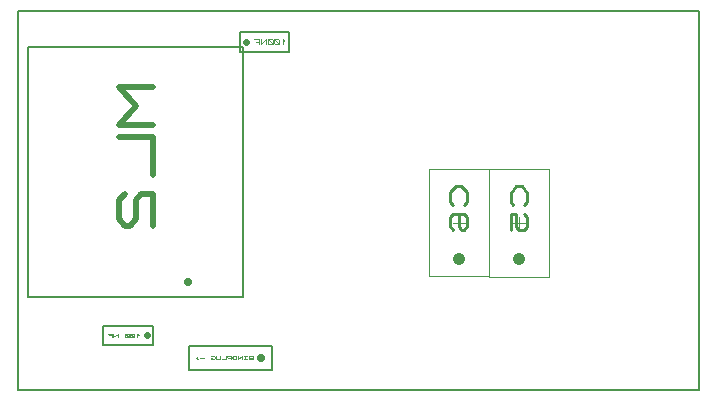
<source format=gbr>
G04 PROTEUS GERBER X2 FILE*
%TF.GenerationSoftware,Labcenter,Proteus,8.15-SP1-Build34318*%
%TF.CreationDate,2024-05-26T10:12:06+00:00*%
%TF.FileFunction,AssemblyDrawing,Bot*%
%TF.FilePolarity,Positive*%
%TF.Part,Single*%
%TF.SameCoordinates,{c1c5c1e2-d9f3-4829-891e-9e67f3fcbee4}*%
%FSLAX45Y45*%
%MOMM*%
G01*
%TA.AperFunction,Profile*%
%ADD23C,0.203200*%
%TA.AperFunction,Material*%
%ADD26C,0.203200*%
%ADD60C,0.685800*%
%ADD61C,0.474420*%
%ADD62C,0.050000*%
%ADD79C,0.975360*%
%ADD80C,0.232800*%
%ADD75C,0.711200*%
%ADD81C,0.609600*%
%ADD82C,0.062990*%
%ADD83C,0.052490*%
%TD.AperFunction*%
D23*
X-4859022Y-1330960D02*
X+902970Y-1330960D01*
X+902970Y+1882140D01*
X-4859022Y+1882140D01*
X-4859022Y-1330960D01*
D26*
X-4776257Y-544813D02*
X-2952257Y-544813D01*
X-2952257Y+1578347D01*
X-4776257Y+1578347D01*
X-4776257Y-544813D01*
D60*
X-3423257Y-417813D02*
X-3423257Y-417813D01*
D61*
X-3721929Y+1237886D02*
X-4006584Y+1237886D01*
X-3864257Y+1077768D01*
X-4006584Y+917649D01*
X-3721929Y+917649D01*
X-4006584Y+810903D02*
X-3721929Y+810903D01*
X-3721929Y+490666D01*
X-3959142Y+330548D02*
X-4006584Y+277175D01*
X-4006584Y+117056D01*
X-3959142Y+63683D01*
X-3911699Y+63683D01*
X-3864257Y+117056D01*
X-3864257Y+277175D01*
X-3816814Y+330548D01*
X-3721929Y+330548D01*
X-3721929Y+63683D01*
D62*
X-874760Y-368520D02*
X-874760Y+541480D01*
X-364760Y+541480D01*
X-364760Y-368520D01*
X-874760Y-368520D01*
X-569760Y+86480D02*
X-669760Y+86480D01*
X-619760Y+136480D02*
X-619760Y+36480D01*
D79*
X-619760Y-223520D02*
X-619760Y-223520D01*
D80*
X-573199Y+236995D02*
X-549918Y+263186D01*
X-549918Y+341757D01*
X-596479Y+394137D01*
X-643040Y+394137D01*
X-689601Y+341757D01*
X-689601Y+263186D01*
X-666320Y+236995D01*
X-689601Y+27472D02*
X-689601Y+158424D01*
X-643040Y+158424D01*
X-643040Y+53663D01*
X-619760Y+27472D01*
X-573199Y+27472D01*
X-549918Y+53663D01*
X-549918Y+132234D01*
X-573199Y+158424D01*
D62*
X-1385300Y-365980D02*
X-1385300Y+544020D01*
X-875300Y+544020D01*
X-875300Y-365980D01*
X-1385300Y-365980D01*
X-1080300Y+89020D02*
X-1180300Y+89020D01*
X-1130300Y+139020D02*
X-1130300Y+39020D01*
D79*
X-1130300Y-220980D02*
X-1130300Y-220980D01*
D80*
X-1083739Y+239535D02*
X-1060458Y+265726D01*
X-1060458Y+344297D01*
X-1107019Y+396677D01*
X-1153580Y+396677D01*
X-1200141Y+344297D01*
X-1200141Y+265726D01*
X-1176860Y+239535D01*
X-1176860Y+30012D02*
X-1200141Y+56203D01*
X-1200141Y+134774D01*
X-1176860Y+160964D01*
X-1083739Y+160964D01*
X-1060458Y+134774D01*
X-1060458Y+56203D01*
X-1083739Y+30012D01*
X-1107019Y+30012D01*
X-1130300Y+56203D01*
X-1130300Y+160964D01*
D26*
X-3411889Y-1155787D02*
X-2713389Y-1155787D01*
X-2713389Y-952587D01*
X-3411889Y-952587D01*
X-3411889Y-1155787D01*
D75*
X-2802289Y-1054187D02*
X-2802289Y-1054187D01*
D62*
X-2875697Y-1069289D02*
X-2875697Y-1039086D01*
X-2904012Y-1039086D01*
X-2909675Y-1044120D01*
X-2909675Y-1049154D01*
X-2904012Y-1054187D01*
X-2909675Y-1059221D01*
X-2909675Y-1064255D01*
X-2904012Y-1069289D01*
X-2875697Y-1069289D01*
X-2875697Y-1054187D02*
X-2904012Y-1054187D01*
X-2926664Y-1039086D02*
X-2949316Y-1039086D01*
X-2937990Y-1039086D02*
X-2937990Y-1069289D01*
X-2926664Y-1069289D02*
X-2949316Y-1069289D01*
X-2966305Y-1069289D02*
X-2966305Y-1039086D01*
X-3000283Y-1069289D01*
X-3000283Y-1039086D01*
X-3011609Y-1069289D02*
X-3011609Y-1039086D01*
X-3034261Y-1039086D01*
X-3045587Y-1049154D01*
X-3045587Y-1059221D01*
X-3034261Y-1069289D01*
X-3011609Y-1069289D01*
X-3056913Y-1069289D02*
X-3056913Y-1039086D01*
X-3085228Y-1039086D01*
X-3090891Y-1044120D01*
X-3090891Y-1049154D01*
X-3085228Y-1054187D01*
X-3056913Y-1054187D01*
X-3102217Y-1039086D02*
X-3102217Y-1069289D01*
X-3136195Y-1069289D01*
X-3147521Y-1039086D02*
X-3147521Y-1064255D01*
X-3153184Y-1069289D01*
X-3175836Y-1069289D01*
X-3181499Y-1064255D01*
X-3181499Y-1039086D01*
X-3215477Y-1059221D02*
X-3226803Y-1059221D01*
X-3226803Y-1069289D01*
X-3204151Y-1069289D01*
X-3192825Y-1059221D01*
X-3192825Y-1049154D01*
X-3204151Y-1039086D01*
X-3221140Y-1039086D01*
X-3226803Y-1044120D01*
X-3289096Y-1054187D02*
X-3317411Y-1054187D01*
X-3340063Y-1039086D02*
X-3357052Y-1054187D01*
X-3340063Y-1069289D01*
D26*
X-2983230Y+1536192D02*
X-2566670Y+1536192D01*
X-2566670Y+1703832D01*
X-2983230Y+1703832D01*
X-2983230Y+1536192D01*
D81*
X-2932430Y+1620012D02*
X-2932430Y+1620012D01*
D82*
X-2606753Y+1626311D02*
X-2620926Y+1638909D01*
X-2620926Y+1601114D01*
X-2649272Y+1607413D02*
X-2649272Y+1632610D01*
X-2656358Y+1638909D01*
X-2684704Y+1638909D01*
X-2691791Y+1632610D01*
X-2691791Y+1607413D01*
X-2684704Y+1601114D01*
X-2656358Y+1601114D01*
X-2649272Y+1607413D01*
X-2649272Y+1601114D02*
X-2691791Y+1638909D01*
X-2705964Y+1607413D02*
X-2705964Y+1632610D01*
X-2713050Y+1638909D01*
X-2741396Y+1638909D01*
X-2748483Y+1632610D01*
X-2748483Y+1607413D01*
X-2741396Y+1601114D01*
X-2713050Y+1601114D01*
X-2705964Y+1607413D01*
X-2705964Y+1601114D02*
X-2748483Y+1638909D01*
X-2762656Y+1601114D02*
X-2762656Y+1638909D01*
X-2805175Y+1601114D01*
X-2805175Y+1638909D01*
X-2819348Y+1601114D02*
X-2819348Y+1638909D01*
X-2861867Y+1638909D01*
X-2819348Y+1620012D02*
X-2847694Y+1620012D01*
D26*
X-4138676Y-950468D02*
X-3722116Y-950468D01*
X-3722116Y-782828D01*
X-4138676Y-782828D01*
X-4138676Y-950468D01*
D81*
X-3772916Y-866648D02*
X-3772916Y-866648D01*
D83*
X-3841117Y-861399D02*
X-3852928Y-850900D01*
X-3852928Y-882396D01*
X-3876550Y-877147D02*
X-3876550Y-856149D01*
X-3882455Y-850900D01*
X-3906076Y-850900D01*
X-3911982Y-856149D01*
X-3911982Y-877147D01*
X-3906076Y-882396D01*
X-3882455Y-882396D01*
X-3876550Y-877147D01*
X-3876550Y-882396D02*
X-3911982Y-850900D01*
X-3923793Y-877147D02*
X-3923793Y-856149D01*
X-3929698Y-850900D01*
X-3953319Y-850900D01*
X-3959225Y-856149D01*
X-3959225Y-877147D01*
X-3953319Y-882396D01*
X-3929698Y-882396D01*
X-3923793Y-877147D01*
X-3923793Y-882396D02*
X-3959225Y-850900D01*
X-4018279Y-882396D02*
X-4018279Y-850900D01*
X-4053711Y-882396D01*
X-4053711Y-850900D01*
X-4065522Y-882396D02*
X-4065522Y-850900D01*
X-4100954Y-850900D01*
X-4065522Y-866648D02*
X-4089143Y-866648D01*
M02*

</source>
